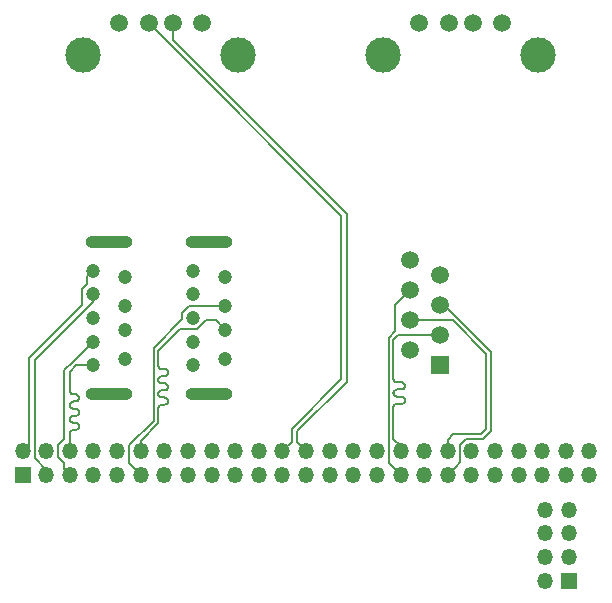
<source format=gbr>
G04 #@! TF.GenerationSoftware,KiCad,Pcbnew,(5.1.2)-1*
G04 #@! TF.CreationDate,2019-10-11T14:20:38-04:00*
G04 #@! TF.ProjectId,faceplate,66616365-706c-4617-9465-2e6b69636164,rev?*
G04 #@! TF.SameCoordinates,Original*
G04 #@! TF.FileFunction,Copper,L5,Inr*
G04 #@! TF.FilePolarity,Positive*
%FSLAX46Y46*%
G04 Gerber Fmt 4.6, Leading zero omitted, Abs format (unit mm)*
G04 Created by KiCad (PCBNEW (5.1.2)-1) date 2019-10-11 14:20:38*
%MOMM*%
%LPD*%
G04 APERTURE LIST*
%ADD10R,1.350000X1.350000*%
%ADD11O,1.350000X1.350000*%
%ADD12C,1.500000*%
%ADD13R,1.500000X1.500000*%
%ADD14C,3.000000*%
%ADD15C,1.200000*%
%ADD16O,4.000000X1.000000*%
%ADD17C,0.200000*%
G04 APERTURE END LIST*
D10*
X180594000Y-128206000D03*
D11*
X178594000Y-128206000D03*
X180594000Y-126206000D03*
X178594000Y-126206000D03*
X180594000Y-124206000D03*
X178594000Y-124206000D03*
X180594000Y-122206000D03*
X178594000Y-122206000D03*
D12*
X167132000Y-101092000D03*
X169672000Y-102362000D03*
X167132000Y-103632000D03*
X169672000Y-104902000D03*
X167132000Y-106172000D03*
X169672000Y-107442000D03*
X167132000Y-108712000D03*
D13*
X169672000Y-109982000D03*
D14*
X139424000Y-83736000D03*
X152564000Y-83736000D03*
D12*
X142494000Y-81026000D03*
X145034000Y-81026000D03*
X147034000Y-81026000D03*
X149494000Y-81026000D03*
D14*
X164824000Y-83736000D03*
X177964000Y-83736000D03*
D12*
X167894000Y-81026000D03*
X170434000Y-81026000D03*
X172434000Y-81026000D03*
X174894000Y-81026000D03*
D15*
X151502000Y-109474000D03*
D16*
X150127000Y-99574000D03*
D15*
X148752000Y-105974000D03*
X148752000Y-103974000D03*
D16*
X150127000Y-112374000D03*
D15*
X148752000Y-101974000D03*
X148752000Y-109974000D03*
X151502000Y-102474000D03*
X151502000Y-104974000D03*
X151502000Y-106974000D03*
X148752000Y-107974000D03*
X143002000Y-109474000D03*
X143002000Y-106974000D03*
X143002000Y-104974000D03*
X143002000Y-102474000D03*
X140252000Y-101974000D03*
X140252000Y-103974000D03*
X140252000Y-105974000D03*
X140252000Y-107974000D03*
X140252000Y-109974000D03*
D16*
X141627000Y-112374000D03*
X141627000Y-99574000D03*
D11*
X182324000Y-117226000D03*
X182324000Y-119226000D03*
X180324000Y-117226000D03*
X180324000Y-119226000D03*
X178324000Y-117226000D03*
X178324000Y-119226000D03*
X176324000Y-117226000D03*
X176324000Y-119226000D03*
X174324000Y-117226000D03*
X174324000Y-119226000D03*
X172324000Y-117226000D03*
X172324000Y-119226000D03*
X170324000Y-117226000D03*
X170324000Y-119226000D03*
X168324000Y-117226000D03*
X168324000Y-119226000D03*
X166324000Y-117226000D03*
X166324000Y-119226000D03*
X164324000Y-117226000D03*
X164324000Y-119226000D03*
X162324000Y-117226000D03*
X162324000Y-119226000D03*
X160324000Y-117226000D03*
X160324000Y-119226000D03*
X158324000Y-117226000D03*
X158324000Y-119226000D03*
X156324000Y-117226000D03*
X156324000Y-119226000D03*
X154324000Y-117226000D03*
X154324000Y-119226000D03*
X152324000Y-117226000D03*
X152324000Y-119226000D03*
X150324000Y-117226000D03*
X150324000Y-119226000D03*
X148324000Y-117226000D03*
X148324000Y-119226000D03*
X146324000Y-117226000D03*
X146324000Y-119226000D03*
X144324000Y-117226000D03*
X144324000Y-119226000D03*
X142324000Y-117226000D03*
X142324000Y-119226000D03*
X140324000Y-117226000D03*
X140324000Y-119226000D03*
X138324000Y-117226000D03*
X138324000Y-119226000D03*
X136324000Y-117226000D03*
X136324000Y-119226000D03*
X134324000Y-117226000D03*
D10*
X134324000Y-119226000D03*
D17*
X158324000Y-117226000D02*
X157549000Y-116451000D01*
X157549000Y-116451000D02*
X157549000Y-115565200D01*
X157549000Y-115565200D02*
X161769000Y-111345200D01*
X147034000Y-82389603D02*
X147034000Y-81026000D01*
X161769000Y-111345200D02*
X161769000Y-97124603D01*
X151182198Y-86537802D02*
X147034000Y-82389603D01*
X161769000Y-97124603D02*
X151182198Y-86537802D01*
X157099000Y-116451000D02*
X157099000Y-115378800D01*
X156324000Y-117226000D02*
X157099000Y-116451000D01*
X157099000Y-115378800D02*
X161319000Y-111158800D01*
X146715802Y-82707802D02*
X145034000Y-81026000D01*
X161319000Y-97311000D02*
X146715802Y-82707802D01*
X161319000Y-111158800D02*
X161319000Y-97311000D01*
X150700000Y-106172000D02*
X151502000Y-106974000D01*
X149886002Y-106172000D02*
X150700000Y-106172000D01*
X149124002Y-106934000D02*
X149886002Y-106172000D01*
X147638200Y-106934000D02*
X149124002Y-106934000D01*
X145814000Y-108758200D02*
X147638200Y-106934000D01*
X145814000Y-109996000D02*
X145814000Y-108758200D01*
X145821521Y-110062756D02*
X145814000Y-109996000D01*
X145843709Y-110126165D02*
X145821521Y-110062756D01*
X145879450Y-110183046D02*
X145843709Y-110126165D01*
X145926953Y-110230549D02*
X145879450Y-110183046D01*
X145983834Y-110266290D02*
X145926953Y-110230549D01*
X146047243Y-110288478D02*
X145983834Y-110266290D01*
X146114000Y-110296000D02*
X146047243Y-110288478D01*
X146327439Y-110296000D02*
X146114000Y-110296000D01*
X146394195Y-110303521D02*
X146327439Y-110296000D01*
X146457604Y-110325709D02*
X146394195Y-110303521D01*
X146514485Y-110361450D02*
X146457604Y-110325709D01*
X146561988Y-110408953D02*
X146514485Y-110361450D01*
X146597729Y-110465834D02*
X146561988Y-110408953D01*
X146619917Y-110529243D02*
X146597729Y-110465834D01*
X146627439Y-110596000D02*
X146619917Y-110529243D01*
X145879450Y-112583046D02*
X145843709Y-112526165D01*
X146327439Y-112096000D02*
X146394195Y-112088478D01*
X145926953Y-112630549D02*
X145879450Y-112583046D01*
X146114000Y-112696000D02*
X146047243Y-112688478D01*
X146327439Y-112696000D02*
X146114000Y-112696000D01*
X145814000Y-112396000D02*
X145821521Y-112329243D01*
X146394195Y-112703521D02*
X146327439Y-112696000D01*
X146457604Y-112725709D02*
X146394195Y-112703521D01*
X146514485Y-112761450D02*
X146457604Y-112725709D01*
X146619917Y-112929243D02*
X146597729Y-112865834D01*
X146627439Y-112996000D02*
X146619917Y-112929243D01*
X145843709Y-112265834D02*
X145879450Y-112208953D01*
X146619917Y-113062756D02*
X146627439Y-112996000D01*
X145821521Y-112329243D02*
X145843709Y-112265834D01*
X146514485Y-113230549D02*
X146561988Y-113183046D01*
X145843709Y-113465834D02*
X145879450Y-113408953D01*
X144324000Y-117226000D02*
X144324000Y-116356000D01*
X145821521Y-112462756D02*
X145814000Y-112396000D01*
X145843709Y-112526165D02*
X145821521Y-112462756D01*
X145814000Y-113596000D02*
X145821521Y-113529243D01*
X146619917Y-110662756D02*
X146627439Y-110596000D01*
X145814000Y-114866000D02*
X145814000Y-113596000D01*
X146047243Y-112688478D02*
X145983834Y-112666290D01*
X144324000Y-116356000D02*
X145814000Y-114866000D01*
X145843709Y-111326165D02*
X145821521Y-111262756D01*
X145879450Y-113408953D02*
X145926953Y-113361450D01*
X145926953Y-113361450D02*
X145983834Y-113325709D01*
X146457604Y-112066290D02*
X146514485Y-112030549D01*
X145983834Y-113325709D02*
X146047243Y-113303521D01*
X145983834Y-112666290D02*
X145926953Y-112630549D01*
X146047243Y-113303521D02*
X146114000Y-113296000D01*
X145814000Y-111196000D02*
X145821521Y-111129243D01*
X146597729Y-113126165D02*
X146619917Y-113062756D01*
X145879450Y-111383046D02*
X145843709Y-111326165D01*
X146394195Y-113288478D02*
X146457604Y-113266290D01*
X145821521Y-111262756D02*
X145814000Y-111196000D01*
X146114000Y-113296000D02*
X146327439Y-113296000D01*
X146457604Y-111525709D02*
X146394195Y-111503521D01*
X146597729Y-112865834D02*
X146561988Y-112808953D01*
X146327439Y-113296000D02*
X146394195Y-113288478D01*
X145821521Y-113529243D02*
X145843709Y-113465834D01*
X145926953Y-110961450D02*
X145983834Y-110925709D01*
X146457604Y-113266290D02*
X146514485Y-113230549D01*
X146561988Y-112808953D02*
X146514485Y-112761450D01*
X146514485Y-110830549D02*
X146561988Y-110783046D01*
X146561988Y-113183046D02*
X146597729Y-113126165D01*
X145879450Y-112208953D02*
X145926953Y-112161450D01*
X145926953Y-112161450D02*
X145983834Y-112125709D01*
X145983834Y-112125709D02*
X146047243Y-112103521D01*
X146047243Y-112103521D02*
X146114000Y-112096000D01*
X146114000Y-112096000D02*
X146327439Y-112096000D01*
X146394195Y-112088478D02*
X146457604Y-112066290D01*
X146514485Y-112030549D02*
X146561988Y-111983046D01*
X146561988Y-111983046D02*
X146597729Y-111926165D01*
X146597729Y-111926165D02*
X146619917Y-111862756D01*
X146619917Y-111862756D02*
X146627439Y-111796000D01*
X146627439Y-111796000D02*
X146619917Y-111729243D01*
X146619917Y-111729243D02*
X146597729Y-111665834D01*
X146597729Y-111665834D02*
X146561988Y-111608953D01*
X146561988Y-111608953D02*
X146514485Y-111561450D01*
X146514485Y-111561450D02*
X146457604Y-111525709D01*
X146394195Y-111503521D02*
X146327439Y-111496000D01*
X146327439Y-111496000D02*
X146114000Y-111496000D01*
X146114000Y-111496000D02*
X146047243Y-111488478D01*
X146047243Y-111488478D02*
X145983834Y-111466290D01*
X145983834Y-111466290D02*
X145926953Y-111430549D01*
X145926953Y-111430549D02*
X145879450Y-111383046D01*
X145821521Y-111129243D02*
X145843709Y-111065834D01*
X145843709Y-111065834D02*
X145879450Y-111008953D01*
X145879450Y-111008953D02*
X145926953Y-110961450D01*
X145983834Y-110925709D02*
X146047243Y-110903521D01*
X146047243Y-110903521D02*
X146114000Y-110896000D01*
X146114000Y-110896000D02*
X146327439Y-110896000D01*
X146327439Y-110896000D02*
X146394195Y-110888478D01*
X146394195Y-110888478D02*
X146457604Y-110866290D01*
X146457604Y-110866290D02*
X146514485Y-110830549D01*
X146561988Y-110783046D02*
X146597729Y-110726165D01*
X146597729Y-110726165D02*
X146619917Y-110662756D01*
X147851999Y-106083801D02*
X145413989Y-108521811D01*
X143649001Y-118551001D02*
X144324000Y-119226000D01*
X151502000Y-104974000D02*
X148419998Y-104974000D01*
X145413989Y-108521811D02*
X145413989Y-114693009D01*
X145413989Y-114693009D02*
X143348999Y-116757999D01*
X143348999Y-116757999D02*
X143348999Y-118250999D01*
X143348999Y-118250999D02*
X143649001Y-118551001D01*
X147851999Y-105541999D02*
X147851999Y-106083801D01*
X148419998Y-104974000D02*
X147851999Y-105541999D01*
X138888397Y-109974000D02*
X140252000Y-109974000D01*
X138324000Y-110538397D02*
X138888397Y-109974000D01*
X138324000Y-112136000D02*
X138324000Y-110538397D01*
X138331521Y-112202756D02*
X138324000Y-112136000D01*
X138353709Y-112266165D02*
X138331521Y-112202756D01*
X138389450Y-112323046D02*
X138353709Y-112266165D01*
X138436953Y-112370549D02*
X138389450Y-112323046D01*
X138493834Y-112406290D02*
X138436953Y-112370549D01*
X138557243Y-112428478D02*
X138493834Y-112406290D01*
X138624000Y-112436000D02*
X138557243Y-112428478D01*
X138808611Y-112436000D02*
X138624000Y-112436000D01*
X138875367Y-112443521D02*
X138808611Y-112436000D01*
X138938776Y-112465709D02*
X138875367Y-112443521D01*
X138995657Y-112501450D02*
X138938776Y-112465709D01*
X139043160Y-112548953D02*
X138995657Y-112501450D01*
X139078901Y-112605834D02*
X139043160Y-112548953D01*
X138389450Y-114348953D02*
X138436953Y-114301450D01*
X138557243Y-113043521D02*
X138624000Y-113036000D01*
X138331521Y-114469243D02*
X138353709Y-114405834D01*
X138436953Y-114301450D02*
X138493834Y-114265709D01*
X138324000Y-114536000D02*
X138331521Y-114469243D01*
X138436953Y-114770549D02*
X138389450Y-114723046D01*
X139101089Y-112669243D02*
X139078901Y-112605834D01*
X138557243Y-114828478D02*
X138493834Y-114806290D01*
X138324000Y-113336000D02*
X138331521Y-113269243D01*
X138624000Y-114836000D02*
X138557243Y-114828478D01*
X138875367Y-113028478D02*
X138938776Y-113006290D01*
X138353709Y-114666165D02*
X138331521Y-114602756D01*
X138808611Y-114836000D02*
X138624000Y-114836000D01*
X138331521Y-113269243D02*
X138353709Y-113205834D01*
X138875367Y-114843521D02*
X138808611Y-114836000D01*
X138938776Y-114865709D02*
X138875367Y-114843521D01*
X138995657Y-114901450D02*
X138938776Y-114865709D01*
X139043160Y-114948953D02*
X138995657Y-114901450D01*
X139078901Y-115005834D02*
X139043160Y-114948953D01*
X139101089Y-115069243D02*
X139078901Y-115005834D01*
X139108611Y-115136000D02*
X139101089Y-115069243D01*
X138353709Y-114405834D02*
X138389450Y-114348953D01*
X138389450Y-115548953D02*
X138436953Y-115501450D01*
X138353709Y-113205834D02*
X138389450Y-113148953D01*
X138353709Y-115605834D02*
X138389450Y-115548953D01*
X139043160Y-115323046D02*
X139078901Y-115266165D01*
X138331521Y-115669243D02*
X138353709Y-115605834D01*
X138324000Y-117226000D02*
X138324000Y-115736000D01*
X138436953Y-113101450D02*
X138493834Y-113065709D01*
X138493834Y-114806290D02*
X138436953Y-114770549D01*
X138324000Y-115736000D02*
X138331521Y-115669243D01*
X138557243Y-115443521D02*
X138624000Y-115436000D01*
X138493834Y-115465709D02*
X138557243Y-115443521D01*
X138624000Y-115436000D02*
X138808611Y-115436000D01*
X138436953Y-115501450D02*
X138493834Y-115465709D01*
X138808611Y-115436000D02*
X138875367Y-115428478D01*
X138331521Y-114602756D02*
X138324000Y-114536000D01*
X138875367Y-115428478D02*
X138938776Y-115406290D01*
X138938776Y-115406290D02*
X138995657Y-115370549D01*
X138995657Y-115370549D02*
X139043160Y-115323046D01*
X139078901Y-115266165D02*
X139101089Y-115202756D01*
X139043160Y-112923046D02*
X139078901Y-112866165D01*
X138389450Y-114723046D02*
X138353709Y-114666165D01*
X139101089Y-115202756D02*
X139108611Y-115136000D01*
X138493834Y-114265709D02*
X138557243Y-114243521D01*
X138938776Y-113006290D02*
X138995657Y-112970549D01*
X138557243Y-114243521D02*
X138624000Y-114236000D01*
X138624000Y-114236000D02*
X138808611Y-114236000D01*
X138808611Y-114236000D02*
X138875367Y-114228478D01*
X138875367Y-114228478D02*
X138938776Y-114206290D01*
X138938776Y-114206290D02*
X138995657Y-114170549D01*
X138995657Y-114170549D02*
X139043160Y-114123046D01*
X138808611Y-113036000D02*
X138875367Y-113028478D01*
X139043160Y-114123046D02*
X139078901Y-114066165D01*
X139108611Y-112736000D02*
X139101089Y-112669243D01*
X139078901Y-114066165D02*
X139101089Y-114002756D01*
X139078901Y-112866165D02*
X139101089Y-112802756D01*
X139101089Y-114002756D02*
X139108611Y-113936000D01*
X139108611Y-113936000D02*
X139101089Y-113869243D01*
X139101089Y-113869243D02*
X139078901Y-113805834D01*
X139078901Y-113805834D02*
X139043160Y-113748953D01*
X138995657Y-112970549D02*
X139043160Y-112923046D01*
X139043160Y-113748953D02*
X138995657Y-113701450D01*
X138995657Y-113701450D02*
X138938776Y-113665709D01*
X138938776Y-113665709D02*
X138875367Y-113643521D01*
X138875367Y-113643521D02*
X138808611Y-113636000D01*
X138808611Y-113636000D02*
X138624000Y-113636000D01*
X138624000Y-113636000D02*
X138557243Y-113628478D01*
X138557243Y-113628478D02*
X138493834Y-113606290D01*
X138493834Y-113606290D02*
X138436953Y-113570549D01*
X138436953Y-113570549D02*
X138389450Y-113523046D01*
X138389450Y-113523046D02*
X138353709Y-113466165D01*
X138624000Y-113036000D02*
X138808611Y-113036000D01*
X138353709Y-113466165D02*
X138331521Y-113402756D01*
X138331521Y-113402756D02*
X138324000Y-113336000D01*
X138389450Y-113148953D02*
X138436953Y-113101450D01*
X138493834Y-113065709D02*
X138557243Y-113043521D01*
X139101089Y-112802756D02*
X139108611Y-112736000D01*
X137348999Y-116757999D02*
X137874000Y-116232998D01*
X137348999Y-117694001D02*
X137348999Y-116757999D01*
X137874000Y-116232998D02*
X137874000Y-110352000D01*
X138570198Y-109655802D02*
X140252000Y-107974000D01*
X137874000Y-110352000D02*
X138570198Y-109655802D01*
X138324000Y-119226000D02*
X137874000Y-118776000D01*
X137874000Y-118776000D02*
X137874000Y-118219002D01*
X137874000Y-118219002D02*
X137348999Y-117694001D01*
X136324000Y-118798000D02*
X136324000Y-119226000D01*
X140252000Y-104638000D02*
X140124000Y-104766000D01*
X140252000Y-103974000D02*
X140252000Y-104638000D01*
X140124000Y-104766000D02*
X140124000Y-104769998D01*
X140124000Y-104769998D02*
X135348999Y-109544999D01*
X135348999Y-109544999D02*
X135348999Y-117822999D01*
X135348999Y-117822999D02*
X136324000Y-118798000D01*
X134899008Y-109358608D02*
X134899008Y-117226000D01*
X134899008Y-117226000D02*
X134324000Y-117226000D01*
X139351999Y-104905617D02*
X134899008Y-109358608D01*
X139802000Y-103091998D02*
X139351999Y-103541999D01*
X139802000Y-102424000D02*
X139802000Y-103091998D01*
X140252000Y-101974000D02*
X139802000Y-102424000D01*
X139351999Y-103541999D02*
X139351999Y-104905617D01*
X173589989Y-115323614D02*
X173112595Y-115801008D01*
X170794398Y-115801008D02*
X170324000Y-116271406D01*
X170324000Y-116271406D02*
X170324000Y-117226000D01*
X173112595Y-115801008D02*
X170794398Y-115801008D01*
X170734300Y-106172000D02*
X173589989Y-109027689D01*
X167132000Y-106172000D02*
X170734300Y-106172000D01*
X173589989Y-109027689D02*
X173589989Y-115323614D01*
X170324000Y-119226000D02*
X170774000Y-118776000D01*
X169672000Y-105535603D02*
X169672000Y-104902000D01*
X170998999Y-118551001D02*
X170324000Y-119226000D01*
X173299001Y-116250999D02*
X171855999Y-116250999D01*
X171348999Y-118201001D02*
X170998999Y-118551001D01*
X173990000Y-115560000D02*
X173299001Y-116250999D01*
X173990000Y-108862000D02*
X173990000Y-115560000D01*
X170030000Y-104902000D02*
X173990000Y-108862000D01*
X169672000Y-104902000D02*
X170030000Y-104902000D01*
X171348999Y-116757999D02*
X171348999Y-118201001D01*
X171855999Y-116250999D02*
X171348999Y-116757999D01*
X165724000Y-107834000D02*
X166116000Y-107442000D01*
X165731521Y-111182756D02*
X165724000Y-111116000D01*
X165753709Y-111246165D02*
X165731521Y-111182756D01*
X165724000Y-111116000D02*
X165724000Y-107834000D01*
X165789450Y-111303046D02*
X165753709Y-111246165D01*
X165836953Y-111350549D02*
X165789450Y-111303046D01*
X165893834Y-111386290D02*
X165836953Y-111350549D01*
X165957243Y-111408478D02*
X165893834Y-111386290D01*
X166024000Y-111416000D02*
X165957243Y-111408478D01*
X166424000Y-111416000D02*
X166024000Y-111416000D01*
X166116000Y-107442000D02*
X169672000Y-107442000D01*
X166490756Y-111423521D02*
X166424000Y-111416000D01*
X166554165Y-111445709D02*
X166490756Y-111423521D01*
X166611046Y-111481450D02*
X166554165Y-111445709D01*
X166658549Y-111528953D02*
X166611046Y-111481450D01*
X166694290Y-111585834D02*
X166658549Y-111528953D01*
X166716478Y-111649243D02*
X166694290Y-111585834D01*
X166724000Y-111716000D02*
X166716478Y-111649243D01*
X166716478Y-111782756D02*
X166724000Y-111716000D01*
X166694290Y-111846165D02*
X166716478Y-111782756D01*
X166658549Y-111903046D02*
X166694290Y-111846165D01*
X166611046Y-111950549D02*
X166658549Y-111903046D01*
X166554165Y-111986290D02*
X166611046Y-111950549D01*
X166490756Y-112008478D02*
X166554165Y-111986290D01*
X166424000Y-112016000D02*
X166490756Y-112008478D01*
X166024000Y-112016000D02*
X166424000Y-112016000D01*
X165957243Y-112023521D02*
X166024000Y-112016000D01*
X165893834Y-112045709D02*
X165957243Y-112023521D01*
X165836953Y-112081450D02*
X165893834Y-112045709D01*
X165789450Y-112128953D02*
X165836953Y-112081450D01*
X166554165Y-113186290D02*
X166611046Y-113150549D01*
X166490756Y-113208478D02*
X166554165Y-113186290D01*
X166024000Y-113216000D02*
X166424000Y-113216000D01*
X165957243Y-113223521D02*
X166024000Y-113216000D01*
X165836953Y-113281450D02*
X165893834Y-113245709D01*
X165724000Y-116176000D02*
X165724000Y-113516000D01*
X165789450Y-113328953D02*
X165836953Y-113281450D01*
X166324000Y-116776000D02*
X165724000Y-116176000D01*
X166324000Y-117226000D02*
X166324000Y-116776000D01*
X166424000Y-113216000D02*
X166490756Y-113208478D01*
X166658549Y-113103046D02*
X166694290Y-113046165D01*
X165836953Y-112550549D02*
X165789450Y-112503046D01*
X165893834Y-113245709D02*
X165957243Y-113223521D01*
X165724000Y-113516000D02*
X165731521Y-113449243D01*
X165731521Y-113449243D02*
X165753709Y-113385834D01*
X166611046Y-113150549D02*
X166658549Y-113103046D01*
X165753709Y-113385834D02*
X165789450Y-113328953D01*
X166694290Y-113046165D02*
X166716478Y-112982756D01*
X166716478Y-112982756D02*
X166724000Y-112916000D01*
X166724000Y-112916000D02*
X166716478Y-112849243D01*
X166716478Y-112849243D02*
X166694290Y-112785834D01*
X166658549Y-112728953D02*
X166611046Y-112681450D01*
X166694290Y-112785834D02*
X166658549Y-112728953D01*
X165731521Y-112249243D02*
X165753709Y-112185834D01*
X166611046Y-112681450D02*
X166554165Y-112645709D01*
X166554165Y-112645709D02*
X166490756Y-112623521D01*
X166490756Y-112623521D02*
X166424000Y-112616000D01*
X166424000Y-112616000D02*
X166024000Y-112616000D01*
X166024000Y-112616000D02*
X165957243Y-112608478D01*
X165957243Y-112608478D02*
X165893834Y-112586290D01*
X165731521Y-112382756D02*
X165724000Y-112316000D01*
X165893834Y-112586290D02*
X165836953Y-112550549D01*
X165753709Y-112446165D02*
X165731521Y-112382756D01*
X165789450Y-112503046D02*
X165753709Y-112446165D01*
X165724000Y-112316000D02*
X165731521Y-112249243D01*
X165753709Y-112185834D02*
X165789450Y-112128953D01*
X166324000Y-119226000D02*
X166774000Y-118776000D01*
X165649001Y-118551001D02*
X166324000Y-119226000D01*
X165323989Y-118225989D02*
X165649001Y-118551001D01*
X165323989Y-107666011D02*
X165323989Y-118225989D01*
X165884000Y-107106000D02*
X165323989Y-107666011D01*
X167132000Y-103632000D02*
X165884000Y-104880000D01*
X165884000Y-104880000D02*
X165884000Y-107106000D01*
M02*

</source>
